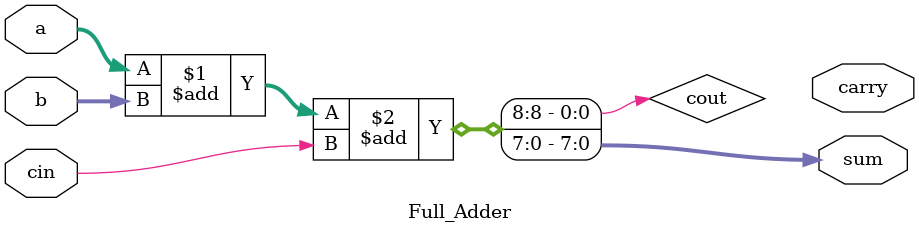
<source format=v>
module Full_Adder ( a,b,cin,sum,carry);
    input [7:0]a; input [7:0]b; input cin;
    output [7:0]sum; output carry;
   
assign {cout,sum}=a+ b+cin;


endmodule
</source>
